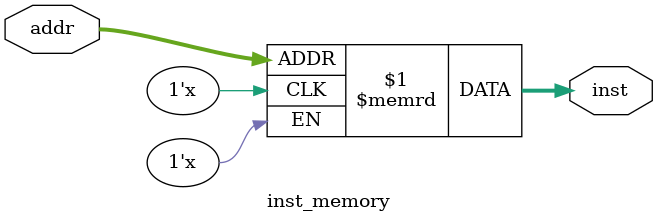
<source format=v>
module inst_memory (addr,inst);

input [15:0] addr;
output [15:0] inst;

reg [15:0] mem [65535:0];

assign inst = mem [addr];

endmodule  
</source>
